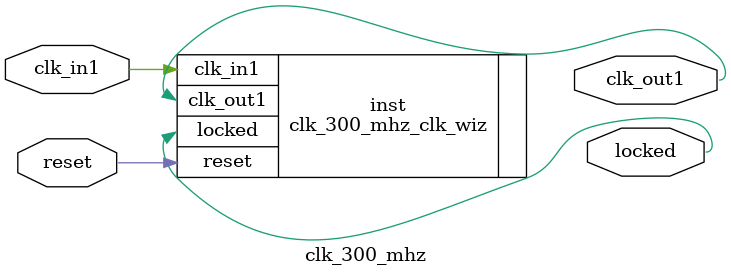
<source format=v>


`timescale 1ps/1ps

(* CORE_GENERATION_INFO = "clk_300_mhz,clk_wiz_v6_0_6_0_0,{component_name=clk_300_mhz,use_phase_alignment=true,use_min_o_jitter=false,use_max_i_jitter=false,use_dyn_phase_shift=false,use_inclk_switchover=false,use_dyn_reconfig=false,enable_axi=0,feedback_source=FDBK_AUTO,PRIMITIVE=MMCM,num_out_clk=1,clkin1_period=10.000,clkin2_period=10.000,use_power_down=false,use_reset=true,use_locked=true,use_inclk_stopped=false,feedback_type=SINGLE,CLOCK_MGR_TYPE=NA,manual_override=false}" *)

module clk_300_mhz 
 (
  // Clock out ports
  output        clk_out1,
  // Status and control signals
  input         reset,
  output        locked,
 // Clock in ports
  input         clk_in1
 );

  clk_300_mhz_clk_wiz inst
  (
  // Clock out ports  
  .clk_out1(clk_out1),
  // Status and control signals               
  .reset(reset), 
  .locked(locked),
 // Clock in ports
  .clk_in1(clk_in1)
  );

endmodule

</source>
